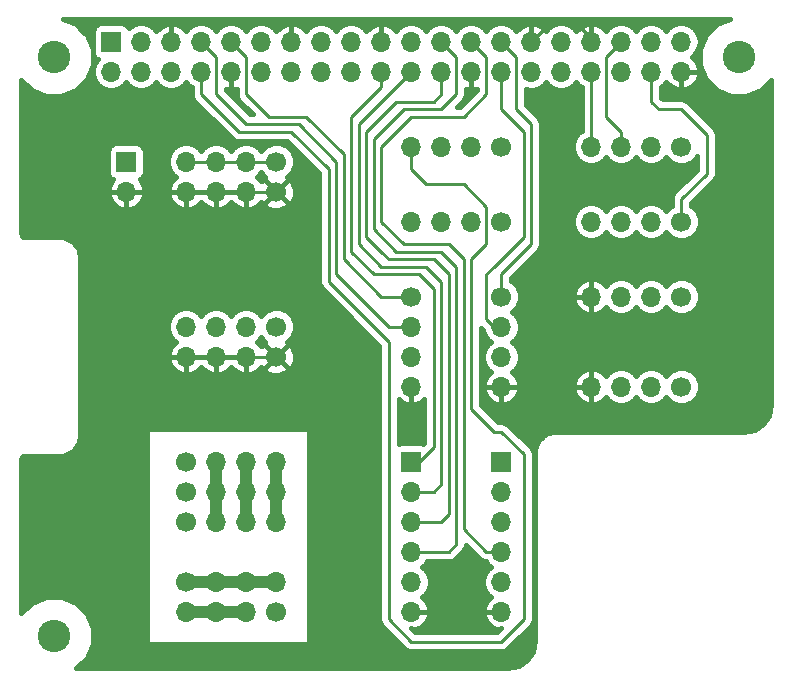
<source format=gbr>
G04 #@! TF.FileFunction,Copper,L1,Top,Signal*
%FSLAX46Y46*%
G04 Gerber Fmt 4.6, Leading zero omitted, Abs format (unit mm)*
G04 Created by KiCad (PCBNEW 4.0.6-e0-6349~53~ubuntu14.04.1) date Thu May  4 17:22:46 2017*
%MOMM*%
%LPD*%
G01*
G04 APERTURE LIST*
%ADD10C,0.100000*%
%ADD11C,1.700000*%
%ADD12O,1.700000X1.700000*%
%ADD13R,1.700000X1.700000*%
%ADD14C,2.750000*%
%ADD15C,0.250000*%
%ADD16C,1.000000*%
%ADD17C,0.400000*%
G04 APERTURE END LIST*
D10*
D11*
X113411000Y-81178400D03*
D12*
X110871000Y-81178400D03*
X108331000Y-81178400D03*
X105791000Y-81178400D03*
D13*
X99441000Y-68478400D03*
D12*
X99441000Y-71018400D03*
X101981000Y-68478400D03*
X101981000Y-71018400D03*
X104521000Y-68478400D03*
X104521000Y-71018400D03*
X107061000Y-68478400D03*
X107061000Y-71018400D03*
X109601000Y-68478400D03*
X109601000Y-71018400D03*
X112141000Y-68478400D03*
X112141000Y-71018400D03*
X114681000Y-68478400D03*
X114681000Y-71018400D03*
X117221000Y-68478400D03*
X117221000Y-71018400D03*
X119761000Y-68478400D03*
X119761000Y-71018400D03*
X122301000Y-68478400D03*
X122301000Y-71018400D03*
X124841000Y-68478400D03*
X124841000Y-71018400D03*
X127381000Y-68478400D03*
X127381000Y-71018400D03*
X129921000Y-68478400D03*
X129921000Y-71018400D03*
X132461000Y-68478400D03*
X132461000Y-71018400D03*
X135001000Y-68478400D03*
X135001000Y-71018400D03*
X137541000Y-68478400D03*
X137541000Y-71018400D03*
X140081000Y-68478400D03*
X140081000Y-71018400D03*
X142621000Y-68478400D03*
X142621000Y-71018400D03*
X145161000Y-68478400D03*
X145161000Y-71018400D03*
X147701000Y-68478400D03*
X147701000Y-71018400D03*
D13*
X124841000Y-104038400D03*
D12*
X124841000Y-106578400D03*
X124841000Y-109118400D03*
X124841000Y-111658400D03*
X124841000Y-114198400D03*
X124841000Y-116738400D03*
D14*
X152559000Y-69786000D03*
X94559000Y-118786000D03*
X94559000Y-69786000D03*
D13*
X132461000Y-104038400D03*
D12*
X132461000Y-106578400D03*
X132461000Y-109118400D03*
X132461000Y-111658400D03*
X132461000Y-114198400D03*
X132461000Y-116738400D03*
D11*
X105791000Y-104038400D03*
D12*
X108331000Y-104038400D03*
X110871000Y-104038400D03*
X113411000Y-104038400D03*
D11*
X105791000Y-106578400D03*
D12*
X108331000Y-106578400D03*
X110871000Y-106578400D03*
X113411000Y-106578400D03*
D11*
X105791000Y-109118400D03*
D12*
X108331000Y-109118400D03*
X110871000Y-109118400D03*
X113411000Y-109118400D03*
D11*
X105791000Y-114198400D03*
D12*
X108331000Y-114198400D03*
X110871000Y-114198400D03*
X113411000Y-114198400D03*
D11*
X113411000Y-116738400D03*
D12*
X110871000Y-116738400D03*
X108331000Y-116738400D03*
X105791000Y-116738400D03*
D11*
X113411000Y-78638400D03*
D12*
X110871000Y-78638400D03*
X108331000Y-78638400D03*
X105791000Y-78638400D03*
D11*
X113411000Y-92608400D03*
D12*
X110871000Y-92608400D03*
X108331000Y-92608400D03*
X105791000Y-92608400D03*
D11*
X113411000Y-95148400D03*
D12*
X110871000Y-95148400D03*
X108331000Y-95148400D03*
X105791000Y-95148400D03*
D11*
X124841000Y-90068400D03*
D12*
X124841000Y-92608400D03*
X124841000Y-95148400D03*
X124841000Y-97688400D03*
D11*
X132461000Y-77368400D03*
D12*
X129921000Y-77368400D03*
X127381000Y-77368400D03*
X124841000Y-77368400D03*
D11*
X132461000Y-83718400D03*
D12*
X129921000Y-83718400D03*
X127381000Y-83718400D03*
X124841000Y-83718400D03*
D11*
X147701000Y-77368400D03*
D12*
X145161000Y-77368400D03*
X142621000Y-77368400D03*
X140081000Y-77368400D03*
D11*
X147701000Y-83718400D03*
D12*
X145161000Y-83718400D03*
X142621000Y-83718400D03*
X140081000Y-83718400D03*
D11*
X132461000Y-90068400D03*
D12*
X132461000Y-92608400D03*
X132461000Y-95148400D03*
X132461000Y-97688400D03*
D11*
X147701000Y-97688400D03*
D12*
X145161000Y-97688400D03*
X142621000Y-97688400D03*
X140081000Y-97688400D03*
D11*
X147701000Y-90068400D03*
D12*
X145161000Y-90068400D03*
X142621000Y-90068400D03*
X140081000Y-90068400D03*
D13*
X100711000Y-78638400D03*
D12*
X100711000Y-81178400D03*
D15*
X108331000Y-81178400D02*
X105791000Y-81178400D01*
X110871000Y-81178400D02*
X108331000Y-81178400D01*
X113411000Y-81178400D02*
X110871000Y-81178400D01*
X110871000Y-95148400D02*
X113411000Y-95148400D01*
X108331000Y-95148400D02*
X110871000Y-95148400D01*
X105791000Y-95148400D02*
X108331000Y-95148400D01*
X140081000Y-68478400D02*
X140081000Y-68199000D01*
X140081000Y-68199000D02*
X138557000Y-66675000D01*
X136804400Y-66675000D02*
X135001000Y-68478400D01*
X138557000Y-66675000D02*
X136804400Y-66675000D01*
X135001000Y-68478400D02*
X135001000Y-68072000D01*
X129921000Y-70358000D02*
X129921000Y-71018400D01*
X109601000Y-71018400D02*
X109601000Y-70485000D01*
X142621000Y-68478400D02*
X141351000Y-69748400D01*
X142621000Y-76098400D02*
X142621000Y-77368400D01*
X141351000Y-74828400D02*
X142621000Y-76098400D01*
X141351000Y-69748400D02*
X141351000Y-74828400D01*
X142621000Y-68478400D02*
X142621000Y-68580000D01*
X124841000Y-111658400D02*
X128016000Y-111658400D01*
X128651000Y-69748400D02*
X127381000Y-68478400D01*
X128651000Y-72923400D02*
X128651000Y-69748400D01*
X127381000Y-74193400D02*
X128651000Y-72923400D01*
X124206000Y-74193400D02*
X127381000Y-74193400D01*
X121666000Y-76733400D02*
X124206000Y-74193400D01*
X121666000Y-84353400D02*
X121666000Y-76733400D01*
X123571000Y-86258400D02*
X121666000Y-84353400D01*
X127381000Y-86258400D02*
X123571000Y-86258400D01*
X128651000Y-87528400D02*
X127381000Y-86258400D01*
X128651000Y-111023400D02*
X128651000Y-87528400D01*
X128016000Y-111658400D02*
X128651000Y-111023400D01*
X127381000Y-68478400D02*
X127381000Y-68834000D01*
X132461000Y-90068400D02*
X132461000Y-88163400D01*
X132461000Y-88163400D02*
X135001000Y-85623400D01*
X132461000Y-68478400D02*
X133731000Y-69748400D01*
X135001000Y-75463400D02*
X135001000Y-85623400D01*
X133731000Y-74193400D02*
X135001000Y-75463400D01*
X133731000Y-69748400D02*
X133731000Y-74193400D01*
X132461000Y-90170000D02*
X132207000Y-90170000D01*
X129921000Y-68478400D02*
X131191000Y-69748400D01*
X131191000Y-111658400D02*
X132461000Y-111658400D01*
X129286000Y-109753400D02*
X131191000Y-111658400D01*
X129286000Y-86893400D02*
X129286000Y-109753400D01*
X128016000Y-85623400D02*
X129286000Y-86893400D01*
X124206000Y-85623400D02*
X128016000Y-85623400D01*
X122301000Y-83718400D02*
X124206000Y-85623400D01*
X122301000Y-77368400D02*
X122301000Y-83718400D01*
X124841000Y-74828400D02*
X122301000Y-77368400D01*
X129286000Y-74828400D02*
X124841000Y-74828400D01*
X131191000Y-72923400D02*
X129286000Y-74828400D01*
X131191000Y-69748400D02*
X131191000Y-72923400D01*
X129921000Y-68478400D02*
X129946400Y-68478400D01*
X109601000Y-68478400D02*
X110871000Y-69748400D01*
X112776000Y-74828400D02*
X113411000Y-74828400D01*
X110871000Y-72923400D02*
X112776000Y-74828400D01*
X110871000Y-69748400D02*
X110871000Y-72923400D01*
X124841000Y-90068400D02*
X122301000Y-90068400D01*
X119126000Y-86893400D02*
X119126000Y-78003400D01*
X122301000Y-90068400D02*
X119126000Y-86893400D01*
X115951000Y-74828400D02*
X119126000Y-78003400D01*
X113411000Y-74828400D02*
X115951000Y-74828400D01*
X109601000Y-68478400D02*
X109575600Y-68478400D01*
X107061000Y-68478400D02*
X108331000Y-69748400D01*
X110871000Y-75463400D02*
X112776000Y-75463400D01*
X108331000Y-72923400D02*
X110871000Y-75463400D01*
X108331000Y-69748400D02*
X108331000Y-72923400D01*
X124841000Y-92608400D02*
X122936000Y-92608400D01*
X122936000Y-92608400D02*
X118491000Y-88163400D01*
X118491000Y-88163400D02*
X118491000Y-78638400D01*
X118491000Y-78638400D02*
X115316000Y-75463400D01*
X115316000Y-75463400D02*
X112776000Y-75463400D01*
X124841000Y-92710000D02*
X124206000Y-92710000D01*
X105791000Y-78638400D02*
X113411000Y-78638400D01*
X145161000Y-71018400D02*
X145161000Y-73558400D01*
X147701000Y-81813400D02*
X147701000Y-83718400D01*
X149860000Y-79654400D02*
X147701000Y-81813400D01*
X149860000Y-76352400D02*
X149860000Y-79654400D01*
X147701000Y-74193400D02*
X149860000Y-76352400D01*
X145796000Y-74193400D02*
X147701000Y-74193400D01*
X145161000Y-73558400D02*
X145796000Y-74193400D01*
X145161000Y-71018400D02*
X145161000Y-71501000D01*
X140081000Y-71018400D02*
X140081000Y-77368400D01*
X134366000Y-84988400D02*
X131826000Y-87528400D01*
X131191000Y-91973400D02*
X131826000Y-92608400D01*
X131191000Y-88163400D02*
X131191000Y-91973400D01*
X131191000Y-88163400D02*
X131191000Y-88163400D01*
X131826000Y-87528400D02*
X131191000Y-88163400D01*
X131826000Y-92608400D02*
X132461000Y-92608400D01*
X134366000Y-84353400D02*
X134366000Y-84988400D01*
X132461000Y-71018400D02*
X132461000Y-74193400D01*
X134366000Y-76098400D02*
X134366000Y-84353400D01*
X132461000Y-74193400D02*
X134366000Y-76098400D01*
X132461000Y-71018400D02*
X132461000Y-71120000D01*
X124841000Y-73558400D02*
X123571000Y-73558400D01*
X123571000Y-73558400D02*
X121031000Y-76098400D01*
X121031000Y-84988400D02*
X122301000Y-86258400D01*
X121031000Y-76098400D02*
X121031000Y-84988400D01*
X127381000Y-71018400D02*
X127381000Y-72923400D01*
X126746000Y-73558400D02*
X124841000Y-73558400D01*
X127381000Y-72923400D02*
X126746000Y-73558400D01*
X127381000Y-109118400D02*
X124841000Y-109118400D01*
X128016000Y-108483400D02*
X127381000Y-109118400D01*
X128016000Y-88163400D02*
X128016000Y-108483400D01*
X126746000Y-86893400D02*
X128016000Y-88163400D01*
X122936000Y-86893400D02*
X126746000Y-86893400D01*
X122301000Y-86258400D02*
X122936000Y-86893400D01*
X127381000Y-71018400D02*
X127406400Y-71018400D01*
X124841000Y-71018400D02*
X124841000Y-71018400D01*
X126746000Y-106578400D02*
X124841000Y-106578400D01*
X127381000Y-105943400D02*
X126746000Y-106578400D01*
X127381000Y-88798400D02*
X127381000Y-105943400D01*
X126111000Y-87528400D02*
X127381000Y-88798400D01*
X122301000Y-87528400D02*
X126111000Y-87528400D01*
X120396000Y-85623400D02*
X122301000Y-87528400D01*
X120396000Y-75463400D02*
X120396000Y-85623400D01*
X124841000Y-71018400D02*
X120396000Y-75463400D01*
X124841000Y-104038400D02*
X125476000Y-104038400D01*
X125476000Y-104038400D02*
X126746000Y-102768400D01*
X126746000Y-102768400D02*
X126746000Y-89433400D01*
X122301000Y-71018400D02*
X122301000Y-72288400D01*
X121666000Y-88163400D02*
X124841000Y-88163400D01*
X119761000Y-86258400D02*
X121666000Y-88163400D01*
X119761000Y-74828400D02*
X119761000Y-86258400D01*
X122301000Y-72288400D02*
X119761000Y-74828400D01*
X125476000Y-88163400D02*
X126746000Y-89433400D01*
X124841000Y-88163400D02*
X125476000Y-88163400D01*
X122301000Y-71018400D02*
X122453400Y-71018400D01*
X122936000Y-98323400D02*
X122936000Y-93878400D01*
X110236000Y-76098400D02*
X107061000Y-72923400D01*
X114681000Y-76098400D02*
X110236000Y-76098400D01*
X117856000Y-79273400D02*
X114681000Y-76098400D01*
X117856000Y-88798400D02*
X117856000Y-79273400D01*
X122936000Y-93878400D02*
X117856000Y-88798400D01*
X107061000Y-72923400D02*
X107061000Y-71018400D01*
X124841000Y-77368400D02*
X124841000Y-79273400D01*
X107061000Y-72923400D02*
X107061000Y-71018400D01*
X122936000Y-117373400D02*
X122936000Y-98323400D01*
X124841000Y-119278400D02*
X122936000Y-117373400D01*
X132461000Y-119278400D02*
X124841000Y-119278400D01*
X134366000Y-117373400D02*
X132461000Y-119278400D01*
X134366000Y-103403400D02*
X134366000Y-117373400D01*
X132461000Y-101498400D02*
X134366000Y-103403400D01*
X131826000Y-101498400D02*
X132461000Y-101498400D01*
X129921000Y-99593400D02*
X131826000Y-101498400D01*
X129921000Y-86893400D02*
X129921000Y-99593400D01*
X131191000Y-85623400D02*
X129921000Y-86893400D01*
X131191000Y-82448400D02*
X131191000Y-85623400D01*
X129286000Y-80543400D02*
X131191000Y-82448400D01*
X126111000Y-80543400D02*
X129286000Y-80543400D01*
X124841000Y-79273400D02*
X126111000Y-80543400D01*
X107061000Y-71018400D02*
X107061000Y-71018400D01*
D16*
X108331000Y-114198400D02*
X105791000Y-114198400D01*
X113411000Y-114198400D02*
X110871000Y-114198400D01*
X110871000Y-114198400D02*
X108331000Y-114198400D01*
X110871000Y-116738400D02*
X108331000Y-116738400D01*
X108331000Y-116738400D02*
X105791000Y-116738400D01*
X108331000Y-104038400D02*
X108331000Y-109118400D01*
X110871000Y-104038400D02*
X110871000Y-109118400D01*
X113411000Y-104038400D02*
X113411000Y-109118400D01*
D17*
G36*
X150692142Y-66986765D02*
X149763027Y-67914259D01*
X149259574Y-69126710D01*
X149258428Y-70439531D01*
X149759765Y-71652858D01*
X150687259Y-72581973D01*
X151899710Y-73085426D01*
X153212531Y-73086572D01*
X154425858Y-72585235D01*
X155309000Y-71703634D01*
X155309000Y-99212131D01*
X155124154Y-100141415D01*
X154639600Y-100866600D01*
X153914414Y-101351155D01*
X152985131Y-101536000D01*
X137059000Y-101536000D01*
X136986550Y-101550411D01*
X136912683Y-101550411D01*
X136530000Y-101626531D01*
X136529999Y-101626531D01*
X136495160Y-101640962D01*
X136259639Y-101738517D01*
X136259636Y-101738520D01*
X135935218Y-101955290D01*
X135935215Y-101955291D01*
X135868141Y-102022365D01*
X135728290Y-102162215D01*
X135728290Y-102162216D01*
X135511520Y-102486637D01*
X135511517Y-102486640D01*
X135473509Y-102578400D01*
X135399530Y-102757000D01*
X135399530Y-102757005D01*
X135323411Y-103139683D01*
X135323411Y-103213550D01*
X135309000Y-103286000D01*
X135309000Y-119212131D01*
X135124154Y-120141415D01*
X134639600Y-120866600D01*
X133914414Y-121351155D01*
X132985131Y-121536000D01*
X96475179Y-121536000D01*
X97354973Y-120657741D01*
X97858426Y-119445290D01*
X97859572Y-118132469D01*
X97358235Y-116919142D01*
X96430741Y-115990027D01*
X95218290Y-115486574D01*
X93905469Y-115485428D01*
X92692142Y-115986765D01*
X91809000Y-116868366D01*
X91809000Y-103859868D01*
X91841605Y-103695951D01*
X91892613Y-103619613D01*
X91968952Y-103568605D01*
X92132868Y-103536000D01*
X95059000Y-103536000D01*
X95131450Y-103521589D01*
X95205317Y-103521589D01*
X95587995Y-103445470D01*
X95588000Y-103445470D01*
X95723180Y-103389476D01*
X95858360Y-103333483D01*
X95858363Y-103333480D01*
X96182782Y-103116711D01*
X96182785Y-103116710D01*
X96320584Y-102978910D01*
X96389709Y-102909785D01*
X96389710Y-102909782D01*
X96606480Y-102585364D01*
X96606483Y-102585361D01*
X96695968Y-102369322D01*
X96718469Y-102315001D01*
X96718469Y-102315000D01*
X96794589Y-101932317D01*
X96794589Y-101858450D01*
X96809000Y-101786000D01*
X96809000Y-101498400D01*
X102416000Y-101498400D01*
X102416000Y-119278400D01*
X102429678Y-119351091D01*
X102472638Y-119417854D01*
X102538189Y-119462643D01*
X102616000Y-119478400D01*
X115951000Y-119478400D01*
X116023691Y-119464722D01*
X116090454Y-119421762D01*
X116135243Y-119356211D01*
X116151000Y-119278400D01*
X116151000Y-101498400D01*
X116137322Y-101425709D01*
X116094362Y-101358946D01*
X116028811Y-101314157D01*
X115951000Y-101298400D01*
X102616000Y-101298400D01*
X102543309Y-101312078D01*
X102476546Y-101355038D01*
X102431757Y-101420589D01*
X102416000Y-101498400D01*
X96809000Y-101498400D01*
X96809000Y-95395811D01*
X104260873Y-95395811D01*
X104472027Y-95962532D01*
X104883983Y-96405309D01*
X105434024Y-96656733D01*
X105543589Y-96678527D01*
X105786000Y-96523391D01*
X105786000Y-95153400D01*
X105796000Y-95153400D01*
X105796000Y-96523391D01*
X106038411Y-96678527D01*
X106147976Y-96656733D01*
X106698017Y-96405309D01*
X107061000Y-96015169D01*
X107423983Y-96405309D01*
X107974024Y-96656733D01*
X108083589Y-96678527D01*
X108326000Y-96523391D01*
X108326000Y-95153400D01*
X108336000Y-95153400D01*
X108336000Y-96523391D01*
X108578411Y-96678527D01*
X108687976Y-96656733D01*
X109238017Y-96405309D01*
X109601000Y-96015169D01*
X109963983Y-96405309D01*
X110514024Y-96656733D01*
X110623589Y-96678527D01*
X110866000Y-96523391D01*
X110866000Y-95153400D01*
X108336000Y-95153400D01*
X108326000Y-95153400D01*
X105796000Y-95153400D01*
X105786000Y-95153400D01*
X104416008Y-95153400D01*
X104260873Y-95395811D01*
X96809000Y-95395811D01*
X96809000Y-92578034D01*
X104241000Y-92578034D01*
X104241000Y-92638766D01*
X104358987Y-93231925D01*
X104694984Y-93734782D01*
X104911020Y-93879132D01*
X104883983Y-93891491D01*
X104472027Y-94334268D01*
X104260873Y-94900989D01*
X104416008Y-95143400D01*
X105786000Y-95143400D01*
X105786000Y-95123400D01*
X105796000Y-95123400D01*
X105796000Y-95143400D01*
X108326000Y-95143400D01*
X108326000Y-95123400D01*
X108336000Y-95123400D01*
X108336000Y-95143400D01*
X110866000Y-95143400D01*
X110866000Y-95123400D01*
X110876000Y-95123400D01*
X110876000Y-95143400D01*
X110896000Y-95143400D01*
X110896000Y-95153400D01*
X110876000Y-95153400D01*
X110876000Y-96523391D01*
X111118411Y-96678527D01*
X111227976Y-96656733D01*
X111778017Y-96405309D01*
X112019580Y-96145673D01*
X112420798Y-96145673D01*
X112486134Y-96429875D01*
X113046935Y-96686260D01*
X113663161Y-96708519D01*
X114240997Y-96493264D01*
X114335866Y-96429875D01*
X114401202Y-96145673D01*
X113411000Y-95155471D01*
X112420798Y-96145673D01*
X112019580Y-96145673D01*
X112111728Y-96046631D01*
X112129525Y-96073266D01*
X112413727Y-96138602D01*
X113403929Y-95148400D01*
X113418071Y-95148400D01*
X114408273Y-96138602D01*
X114692475Y-96073266D01*
X114948860Y-95512465D01*
X114971119Y-94896239D01*
X114755864Y-94318403D01*
X114692475Y-94223534D01*
X114408273Y-94158198D01*
X113418071Y-95148400D01*
X113403929Y-95148400D01*
X112413727Y-94158198D01*
X112129525Y-94223534D01*
X112115496Y-94254219D01*
X111778017Y-93891491D01*
X111750980Y-93879132D01*
X111967016Y-93734782D01*
X112118693Y-93507781D01*
X112484463Y-93874192D01*
X112420798Y-94151127D01*
X113411000Y-95141329D01*
X114401202Y-94151127D01*
X114337426Y-93873710D01*
X114724260Y-93487551D01*
X114960730Y-92918067D01*
X114961268Y-92301439D01*
X114725792Y-91731543D01*
X114290151Y-91295140D01*
X113720667Y-91058670D01*
X113104039Y-91058132D01*
X112534143Y-91293608D01*
X112118418Y-91708607D01*
X111967016Y-91482018D01*
X111464159Y-91146021D01*
X110871000Y-91028034D01*
X110277841Y-91146021D01*
X109774984Y-91482018D01*
X109601000Y-91742404D01*
X109427016Y-91482018D01*
X108924159Y-91146021D01*
X108331000Y-91028034D01*
X107737841Y-91146021D01*
X107234984Y-91482018D01*
X107061000Y-91742404D01*
X106887016Y-91482018D01*
X106384159Y-91146021D01*
X105791000Y-91028034D01*
X105197841Y-91146021D01*
X104694984Y-91482018D01*
X104358987Y-91984875D01*
X104241000Y-92578034D01*
X96809000Y-92578034D01*
X96809000Y-86786000D01*
X96794589Y-86713550D01*
X96794589Y-86639683D01*
X96718469Y-86257000D01*
X96718469Y-86256998D01*
X96666361Y-86131199D01*
X96606483Y-85986639D01*
X96606480Y-85986636D01*
X96389709Y-85662216D01*
X96389709Y-85662215D01*
X96263494Y-85536000D01*
X96182785Y-85455290D01*
X96182782Y-85455289D01*
X95858363Y-85238520D01*
X95858360Y-85238517D01*
X95713224Y-85178400D01*
X95588000Y-85126530D01*
X95587995Y-85126530D01*
X95205317Y-85050411D01*
X95131450Y-85050411D01*
X95059000Y-85036000D01*
X92132868Y-85036000D01*
X91968952Y-85003395D01*
X91892613Y-84952387D01*
X91841605Y-84876049D01*
X91809000Y-84712132D01*
X91809000Y-81425811D01*
X99180873Y-81425811D01*
X99202667Y-81535376D01*
X99454091Y-82085417D01*
X99896868Y-82497373D01*
X100463589Y-82708527D01*
X100706000Y-82553392D01*
X100706000Y-81183400D01*
X100716000Y-81183400D01*
X100716000Y-82553392D01*
X100958411Y-82708527D01*
X101525132Y-82497373D01*
X101967909Y-82085417D01*
X102219333Y-81535376D01*
X102241127Y-81425811D01*
X104260873Y-81425811D01*
X104472027Y-81992532D01*
X104883983Y-82435309D01*
X105434024Y-82686733D01*
X105543589Y-82708527D01*
X105786000Y-82553391D01*
X105786000Y-81183400D01*
X105796000Y-81183400D01*
X105796000Y-82553391D01*
X106038411Y-82708527D01*
X106147976Y-82686733D01*
X106698017Y-82435309D01*
X107061000Y-82045169D01*
X107423983Y-82435309D01*
X107974024Y-82686733D01*
X108083589Y-82708527D01*
X108326000Y-82553391D01*
X108326000Y-81183400D01*
X108336000Y-81183400D01*
X108336000Y-82553391D01*
X108578411Y-82708527D01*
X108687976Y-82686733D01*
X109238017Y-82435309D01*
X109601000Y-82045169D01*
X109963983Y-82435309D01*
X110514024Y-82686733D01*
X110623589Y-82708527D01*
X110866000Y-82553391D01*
X110866000Y-81183400D01*
X108336000Y-81183400D01*
X108326000Y-81183400D01*
X105796000Y-81183400D01*
X105786000Y-81183400D01*
X104416008Y-81183400D01*
X104260873Y-81425811D01*
X102241127Y-81425811D01*
X102085991Y-81183400D01*
X100716000Y-81183400D01*
X100706000Y-81183400D01*
X99336009Y-81183400D01*
X99180873Y-81425811D01*
X91809000Y-81425811D01*
X91809000Y-77788400D01*
X99147287Y-77788400D01*
X99147287Y-79488400D01*
X99196097Y-79747804D01*
X99349405Y-79986051D01*
X99583326Y-80145882D01*
X99587971Y-80146823D01*
X99454091Y-80271383D01*
X99202667Y-80821424D01*
X99180873Y-80930989D01*
X99336009Y-81173400D01*
X100706000Y-81173400D01*
X100706000Y-81153400D01*
X100716000Y-81153400D01*
X100716000Y-81173400D01*
X102085991Y-81173400D01*
X102241127Y-80930989D01*
X102219333Y-80821424D01*
X101967909Y-80271383D01*
X101832576Y-80145470D01*
X102058651Y-79999995D01*
X102218482Y-79766074D01*
X102274713Y-79488400D01*
X102274713Y-78608034D01*
X104241000Y-78608034D01*
X104241000Y-78668766D01*
X104358987Y-79261925D01*
X104694984Y-79764782D01*
X104911020Y-79909132D01*
X104883983Y-79921491D01*
X104472027Y-80364268D01*
X104260873Y-80930989D01*
X104416008Y-81173400D01*
X105786000Y-81173400D01*
X105786000Y-81153400D01*
X105796000Y-81153400D01*
X105796000Y-81173400D01*
X108326000Y-81173400D01*
X108326000Y-81153400D01*
X108336000Y-81153400D01*
X108336000Y-81173400D01*
X110866000Y-81173400D01*
X110866000Y-81153400D01*
X110876000Y-81153400D01*
X110876000Y-81173400D01*
X110896000Y-81173400D01*
X110896000Y-81183400D01*
X110876000Y-81183400D01*
X110876000Y-82553391D01*
X111118411Y-82708527D01*
X111227976Y-82686733D01*
X111778017Y-82435309D01*
X112019580Y-82175673D01*
X112420798Y-82175673D01*
X112486134Y-82459875D01*
X113046935Y-82716260D01*
X113663161Y-82738519D01*
X114240997Y-82523264D01*
X114335866Y-82459875D01*
X114401202Y-82175673D01*
X113411000Y-81185471D01*
X112420798Y-82175673D01*
X112019580Y-82175673D01*
X112111728Y-82076631D01*
X112129525Y-82103266D01*
X112413727Y-82168602D01*
X113403929Y-81178400D01*
X113418071Y-81178400D01*
X114408273Y-82168602D01*
X114692475Y-82103266D01*
X114948860Y-81542465D01*
X114971119Y-80926239D01*
X114755864Y-80348403D01*
X114692475Y-80253534D01*
X114408273Y-80188198D01*
X113418071Y-81178400D01*
X113403929Y-81178400D01*
X112413727Y-80188198D01*
X112129525Y-80253534D01*
X112115496Y-80284219D01*
X111778017Y-79921491D01*
X111750980Y-79909132D01*
X111967016Y-79764782D01*
X112118693Y-79537781D01*
X112484463Y-79904192D01*
X112420798Y-80181127D01*
X113411000Y-81171329D01*
X114401202Y-80181127D01*
X114337426Y-79903710D01*
X114724260Y-79517551D01*
X114960730Y-78948067D01*
X114961268Y-78331439D01*
X114725792Y-77761543D01*
X114290151Y-77325140D01*
X113720667Y-77088670D01*
X113104039Y-77088132D01*
X112534143Y-77323608D01*
X112118418Y-77738607D01*
X111967016Y-77512018D01*
X111464159Y-77176021D01*
X110871000Y-77058034D01*
X110277841Y-77176021D01*
X109774984Y-77512018D01*
X109601000Y-77772404D01*
X109427016Y-77512018D01*
X108924159Y-77176021D01*
X108331000Y-77058034D01*
X107737841Y-77176021D01*
X107234984Y-77512018D01*
X107061000Y-77772404D01*
X106887016Y-77512018D01*
X106384159Y-77176021D01*
X105791000Y-77058034D01*
X105197841Y-77176021D01*
X104694984Y-77512018D01*
X104358987Y-78014875D01*
X104241000Y-78608034D01*
X102274713Y-78608034D01*
X102274713Y-77788400D01*
X102225903Y-77528996D01*
X102072595Y-77290749D01*
X101838674Y-77130918D01*
X101561000Y-77074687D01*
X99861000Y-77074687D01*
X99601596Y-77123497D01*
X99363349Y-77276805D01*
X99203518Y-77510726D01*
X99147287Y-77788400D01*
X91809000Y-77788400D01*
X91809000Y-71702179D01*
X92687259Y-72581973D01*
X93899710Y-73085426D01*
X95212531Y-73086572D01*
X96425858Y-72585235D01*
X97354973Y-71657741D01*
X97858426Y-70445290D01*
X97859572Y-69132469D01*
X97358235Y-67919142D01*
X97068001Y-67628400D01*
X97877287Y-67628400D01*
X97877287Y-69328400D01*
X97926097Y-69587804D01*
X98079405Y-69826051D01*
X98292002Y-69971312D01*
X98008987Y-70394875D01*
X97891000Y-70988034D01*
X97891000Y-71048766D01*
X98008987Y-71641925D01*
X98344984Y-72144782D01*
X98847841Y-72480779D01*
X99441000Y-72598766D01*
X100034159Y-72480779D01*
X100537016Y-72144782D01*
X100711000Y-71884396D01*
X100884984Y-72144782D01*
X101387841Y-72480779D01*
X101981000Y-72598766D01*
X102574159Y-72480779D01*
X103077016Y-72144782D01*
X103251000Y-71884396D01*
X103424984Y-72144782D01*
X103927841Y-72480779D01*
X104521000Y-72598766D01*
X105114159Y-72480779D01*
X105617016Y-72144782D01*
X105791000Y-71884396D01*
X105964984Y-72144782D01*
X106236000Y-72325868D01*
X106236000Y-72923400D01*
X106298799Y-73239114D01*
X106477637Y-73506763D01*
X109652637Y-76681763D01*
X109920286Y-76860601D01*
X110236000Y-76923400D01*
X114339274Y-76923400D01*
X117031000Y-79615126D01*
X117031000Y-88798400D01*
X117093799Y-89114114D01*
X117272637Y-89381763D01*
X122111000Y-94220126D01*
X122111000Y-117373400D01*
X122173799Y-117689114D01*
X122352637Y-117956763D01*
X124257637Y-119861763D01*
X124525286Y-120040601D01*
X124841000Y-120103400D01*
X132461000Y-120103400D01*
X132776714Y-120040601D01*
X133044363Y-119861763D01*
X134949363Y-117956763D01*
X135128201Y-117689114D01*
X135191000Y-117373400D01*
X135191000Y-103403400D01*
X135128201Y-103087686D01*
X134949363Y-102820037D01*
X133044363Y-100915037D01*
X132776714Y-100736199D01*
X132461000Y-100673400D01*
X132167726Y-100673400D01*
X130746000Y-99251674D01*
X130746000Y-97935811D01*
X130930873Y-97935811D01*
X130952667Y-98045376D01*
X131204091Y-98595417D01*
X131646868Y-99007373D01*
X132213589Y-99218527D01*
X132456000Y-99063392D01*
X132456000Y-97693400D01*
X132466000Y-97693400D01*
X132466000Y-99063392D01*
X132708411Y-99218527D01*
X133275132Y-99007373D01*
X133717909Y-98595417D01*
X133969333Y-98045376D01*
X133991127Y-97935811D01*
X138550873Y-97935811D01*
X138762027Y-98502532D01*
X139173983Y-98945309D01*
X139724024Y-99196733D01*
X139833589Y-99218527D01*
X140076000Y-99063391D01*
X140076000Y-97693400D01*
X138706008Y-97693400D01*
X138550873Y-97935811D01*
X133991127Y-97935811D01*
X133835991Y-97693400D01*
X132466000Y-97693400D01*
X132456000Y-97693400D01*
X131086009Y-97693400D01*
X130930873Y-97935811D01*
X130746000Y-97935811D01*
X130746000Y-92695126D01*
X130935599Y-92884725D01*
X130998621Y-93201559D01*
X131334618Y-93704416D01*
X131595004Y-93878400D01*
X131334618Y-94052384D01*
X130998621Y-94555241D01*
X130880634Y-95148400D01*
X130998621Y-95741559D01*
X131334618Y-96244416D01*
X131594554Y-96418099D01*
X131204091Y-96781383D01*
X130952667Y-97331424D01*
X130930873Y-97440989D01*
X131086009Y-97683400D01*
X132456000Y-97683400D01*
X132456000Y-97663400D01*
X132466000Y-97663400D01*
X132466000Y-97683400D01*
X133835991Y-97683400D01*
X133991127Y-97440989D01*
X138550873Y-97440989D01*
X138706008Y-97683400D01*
X140076000Y-97683400D01*
X140076000Y-96313409D01*
X140086000Y-96313409D01*
X140086000Y-97683400D01*
X140106000Y-97683400D01*
X140106000Y-97693400D01*
X140086000Y-97693400D01*
X140086000Y-99063391D01*
X140328411Y-99218527D01*
X140437976Y-99196733D01*
X140988017Y-98945309D01*
X141351301Y-98554846D01*
X141524984Y-98814782D01*
X142027841Y-99150779D01*
X142621000Y-99268766D01*
X143214159Y-99150779D01*
X143717016Y-98814782D01*
X143891000Y-98554396D01*
X144064984Y-98814782D01*
X144567841Y-99150779D01*
X145161000Y-99268766D01*
X145754159Y-99150779D01*
X146257016Y-98814782D01*
X146408693Y-98587781D01*
X146821849Y-99001660D01*
X147391333Y-99238130D01*
X148007961Y-99238668D01*
X148577857Y-99003192D01*
X149014260Y-98567551D01*
X149250730Y-97998067D01*
X149251268Y-97381439D01*
X149015792Y-96811543D01*
X148580151Y-96375140D01*
X148010667Y-96138670D01*
X147394039Y-96138132D01*
X146824143Y-96373608D01*
X146408418Y-96788607D01*
X146257016Y-96562018D01*
X145754159Y-96226021D01*
X145161000Y-96108034D01*
X144567841Y-96226021D01*
X144064984Y-96562018D01*
X143891000Y-96822404D01*
X143717016Y-96562018D01*
X143214159Y-96226021D01*
X142621000Y-96108034D01*
X142027841Y-96226021D01*
X141524984Y-96562018D01*
X141351301Y-96821954D01*
X140988017Y-96431491D01*
X140437976Y-96180067D01*
X140328411Y-96158273D01*
X140086000Y-96313409D01*
X140076000Y-96313409D01*
X139833589Y-96158273D01*
X139724024Y-96180067D01*
X139173983Y-96431491D01*
X138762027Y-96874268D01*
X138550873Y-97440989D01*
X133991127Y-97440989D01*
X133969333Y-97331424D01*
X133717909Y-96781383D01*
X133327446Y-96418099D01*
X133587382Y-96244416D01*
X133923379Y-95741559D01*
X134041366Y-95148400D01*
X133923379Y-94555241D01*
X133587382Y-94052384D01*
X133326996Y-93878400D01*
X133587382Y-93704416D01*
X133923379Y-93201559D01*
X134041366Y-92608400D01*
X133923379Y-92015241D01*
X133587382Y-91512384D01*
X133360381Y-91360707D01*
X133774260Y-90947551D01*
X134010730Y-90378067D01*
X134010784Y-90315811D01*
X138550873Y-90315811D01*
X138762027Y-90882532D01*
X139173983Y-91325309D01*
X139724024Y-91576733D01*
X139833589Y-91598527D01*
X140076000Y-91443391D01*
X140076000Y-90073400D01*
X138706008Y-90073400D01*
X138550873Y-90315811D01*
X134010784Y-90315811D01*
X134011216Y-89820989D01*
X138550873Y-89820989D01*
X138706008Y-90063400D01*
X140076000Y-90063400D01*
X140076000Y-88693409D01*
X140086000Y-88693409D01*
X140086000Y-90063400D01*
X140106000Y-90063400D01*
X140106000Y-90073400D01*
X140086000Y-90073400D01*
X140086000Y-91443391D01*
X140328411Y-91598527D01*
X140437976Y-91576733D01*
X140988017Y-91325309D01*
X141351301Y-90934846D01*
X141524984Y-91194782D01*
X142027841Y-91530779D01*
X142621000Y-91648766D01*
X143214159Y-91530779D01*
X143717016Y-91194782D01*
X143891000Y-90934396D01*
X144064984Y-91194782D01*
X144567841Y-91530779D01*
X145161000Y-91648766D01*
X145754159Y-91530779D01*
X146257016Y-91194782D01*
X146408693Y-90967781D01*
X146821849Y-91381660D01*
X147391333Y-91618130D01*
X148007961Y-91618668D01*
X148577857Y-91383192D01*
X149014260Y-90947551D01*
X149250730Y-90378067D01*
X149251268Y-89761439D01*
X149015792Y-89191543D01*
X148580151Y-88755140D01*
X148010667Y-88518670D01*
X147394039Y-88518132D01*
X146824143Y-88753608D01*
X146408418Y-89168607D01*
X146257016Y-88942018D01*
X145754159Y-88606021D01*
X145161000Y-88488034D01*
X144567841Y-88606021D01*
X144064984Y-88942018D01*
X143891000Y-89202404D01*
X143717016Y-88942018D01*
X143214159Y-88606021D01*
X142621000Y-88488034D01*
X142027841Y-88606021D01*
X141524984Y-88942018D01*
X141351301Y-89201954D01*
X140988017Y-88811491D01*
X140437976Y-88560067D01*
X140328411Y-88538273D01*
X140086000Y-88693409D01*
X140076000Y-88693409D01*
X139833589Y-88538273D01*
X139724024Y-88560067D01*
X139173983Y-88811491D01*
X138762027Y-89254268D01*
X138550873Y-89820989D01*
X134011216Y-89820989D01*
X134011268Y-89761439D01*
X133775792Y-89191543D01*
X133340151Y-88755140D01*
X133286000Y-88732655D01*
X133286000Y-88505126D01*
X135584363Y-86206763D01*
X135763201Y-85939114D01*
X135826000Y-85623400D01*
X135826000Y-75463400D01*
X135763201Y-75147686D01*
X135584363Y-74880037D01*
X134556000Y-73851674D01*
X134556000Y-72510250D01*
X135001000Y-72598766D01*
X135594159Y-72480779D01*
X136097016Y-72144782D01*
X136271000Y-71884396D01*
X136444984Y-72144782D01*
X136947841Y-72480779D01*
X137541000Y-72598766D01*
X138134159Y-72480779D01*
X138637016Y-72144782D01*
X138811000Y-71884396D01*
X138984984Y-72144782D01*
X139256000Y-72325868D01*
X139256000Y-76060932D01*
X138984984Y-76242018D01*
X138648987Y-76744875D01*
X138531000Y-77338034D01*
X138531000Y-77398766D01*
X138648987Y-77991925D01*
X138984984Y-78494782D01*
X139487841Y-78830779D01*
X140081000Y-78948766D01*
X140674159Y-78830779D01*
X141177016Y-78494782D01*
X141351000Y-78234396D01*
X141524984Y-78494782D01*
X142027841Y-78830779D01*
X142621000Y-78948766D01*
X143214159Y-78830779D01*
X143717016Y-78494782D01*
X143891000Y-78234396D01*
X144064984Y-78494782D01*
X144567841Y-78830779D01*
X145161000Y-78948766D01*
X145754159Y-78830779D01*
X146257016Y-78494782D01*
X146408693Y-78267781D01*
X146821849Y-78681660D01*
X147391333Y-78918130D01*
X148007961Y-78918668D01*
X148577857Y-78683192D01*
X149014260Y-78247551D01*
X149035000Y-78197603D01*
X149035000Y-79312674D01*
X147117637Y-81230037D01*
X146938799Y-81497686D01*
X146876000Y-81813400D01*
X146876000Y-82382181D01*
X146824143Y-82403608D01*
X146408418Y-82818607D01*
X146257016Y-82592018D01*
X145754159Y-82256021D01*
X145161000Y-82138034D01*
X144567841Y-82256021D01*
X144064984Y-82592018D01*
X143891000Y-82852404D01*
X143717016Y-82592018D01*
X143214159Y-82256021D01*
X142621000Y-82138034D01*
X142027841Y-82256021D01*
X141524984Y-82592018D01*
X141351000Y-82852404D01*
X141177016Y-82592018D01*
X140674159Y-82256021D01*
X140081000Y-82138034D01*
X139487841Y-82256021D01*
X138984984Y-82592018D01*
X138648987Y-83094875D01*
X138531000Y-83688034D01*
X138531000Y-83748766D01*
X138648987Y-84341925D01*
X138984984Y-84844782D01*
X139487841Y-85180779D01*
X140081000Y-85298766D01*
X140674159Y-85180779D01*
X141177016Y-84844782D01*
X141351000Y-84584396D01*
X141524984Y-84844782D01*
X142027841Y-85180779D01*
X142621000Y-85298766D01*
X143214159Y-85180779D01*
X143717016Y-84844782D01*
X143891000Y-84584396D01*
X144064984Y-84844782D01*
X144567841Y-85180779D01*
X145161000Y-85298766D01*
X145754159Y-85180779D01*
X146257016Y-84844782D01*
X146408693Y-84617781D01*
X146821849Y-85031660D01*
X147391333Y-85268130D01*
X148007961Y-85268668D01*
X148577857Y-85033192D01*
X149014260Y-84597551D01*
X149250730Y-84028067D01*
X149251268Y-83411439D01*
X149015792Y-82841543D01*
X148580151Y-82405140D01*
X148526000Y-82382655D01*
X148526000Y-82155126D01*
X150443363Y-80237763D01*
X150622201Y-79970114D01*
X150685000Y-79654400D01*
X150685000Y-76352400D01*
X150622201Y-76036686D01*
X150443363Y-75769037D01*
X148284363Y-73610037D01*
X148016714Y-73431199D01*
X147701000Y-73368400D01*
X146137726Y-73368400D01*
X145986000Y-73216674D01*
X145986000Y-72325868D01*
X146257016Y-72144782D01*
X146430699Y-71884846D01*
X146793983Y-72275309D01*
X147344024Y-72526733D01*
X147453589Y-72548527D01*
X147696000Y-72393391D01*
X147696000Y-71023400D01*
X147706000Y-71023400D01*
X147706000Y-72393391D01*
X147948411Y-72548527D01*
X148057976Y-72526733D01*
X148608017Y-72275309D01*
X149019973Y-71832532D01*
X149231127Y-71265811D01*
X149075992Y-71023400D01*
X147706000Y-71023400D01*
X147696000Y-71023400D01*
X147676000Y-71023400D01*
X147676000Y-71013400D01*
X147696000Y-71013400D01*
X147696000Y-70993400D01*
X147706000Y-70993400D01*
X147706000Y-71013400D01*
X149075992Y-71013400D01*
X149231127Y-70770989D01*
X149019973Y-70204268D01*
X148608017Y-69761491D01*
X148580980Y-69749132D01*
X148797016Y-69604782D01*
X149133013Y-69101925D01*
X149251000Y-68508766D01*
X149251000Y-68448034D01*
X149133013Y-67854875D01*
X148797016Y-67352018D01*
X148294159Y-67016021D01*
X147701000Y-66898034D01*
X147107841Y-67016021D01*
X146604984Y-67352018D01*
X146431000Y-67612404D01*
X146257016Y-67352018D01*
X145754159Y-67016021D01*
X145161000Y-66898034D01*
X144567841Y-67016021D01*
X144064984Y-67352018D01*
X143891000Y-67612404D01*
X143717016Y-67352018D01*
X143214159Y-67016021D01*
X142621000Y-66898034D01*
X142027841Y-67016021D01*
X141524984Y-67352018D01*
X141351301Y-67611954D01*
X140988017Y-67221491D01*
X140437976Y-66970067D01*
X140328411Y-66948273D01*
X140086000Y-67103409D01*
X140086000Y-68473400D01*
X140106000Y-68473400D01*
X140106000Y-68483400D01*
X140086000Y-68483400D01*
X140086000Y-68503400D01*
X140076000Y-68503400D01*
X140076000Y-68483400D01*
X140056000Y-68483400D01*
X140056000Y-68473400D01*
X140076000Y-68473400D01*
X140076000Y-67103409D01*
X139833589Y-66948273D01*
X139724024Y-66970067D01*
X139173983Y-67221491D01*
X138810699Y-67611954D01*
X138637016Y-67352018D01*
X138134159Y-67016021D01*
X137541000Y-66898034D01*
X136947841Y-67016021D01*
X136444984Y-67352018D01*
X136271301Y-67611954D01*
X135908017Y-67221491D01*
X135357976Y-66970067D01*
X135248411Y-66948273D01*
X135006000Y-67103409D01*
X135006000Y-68473400D01*
X135026000Y-68473400D01*
X135026000Y-68483400D01*
X135006000Y-68483400D01*
X135006000Y-68503400D01*
X134996000Y-68503400D01*
X134996000Y-68483400D01*
X134976000Y-68483400D01*
X134976000Y-68473400D01*
X134996000Y-68473400D01*
X134996000Y-67103409D01*
X134753589Y-66948273D01*
X134644024Y-66970067D01*
X134093983Y-67221491D01*
X133730699Y-67611954D01*
X133557016Y-67352018D01*
X133054159Y-67016021D01*
X132461000Y-66898034D01*
X131867841Y-67016021D01*
X131364984Y-67352018D01*
X131191000Y-67612404D01*
X131017016Y-67352018D01*
X130514159Y-67016021D01*
X129921000Y-66898034D01*
X129327841Y-67016021D01*
X128824984Y-67352018D01*
X128651000Y-67612404D01*
X128477016Y-67352018D01*
X127974159Y-67016021D01*
X127381000Y-66898034D01*
X126787841Y-67016021D01*
X126284984Y-67352018D01*
X126111000Y-67612404D01*
X125937016Y-67352018D01*
X125434159Y-67016021D01*
X124841000Y-66898034D01*
X124247841Y-67016021D01*
X123744984Y-67352018D01*
X123571301Y-67611954D01*
X123208017Y-67221491D01*
X122657976Y-66970067D01*
X122548411Y-66948273D01*
X122306000Y-67103409D01*
X122306000Y-68473400D01*
X122326000Y-68473400D01*
X122326000Y-68483400D01*
X122306000Y-68483400D01*
X122306000Y-68503400D01*
X122296000Y-68503400D01*
X122296000Y-68483400D01*
X122276000Y-68483400D01*
X122276000Y-68473400D01*
X122296000Y-68473400D01*
X122296000Y-67103409D01*
X122053589Y-66948273D01*
X121944024Y-66970067D01*
X121393983Y-67221491D01*
X121030699Y-67611954D01*
X120857016Y-67352018D01*
X120354159Y-67016021D01*
X119761000Y-66898034D01*
X119167841Y-67016021D01*
X118664984Y-67352018D01*
X118491000Y-67612404D01*
X118317016Y-67352018D01*
X117814159Y-67016021D01*
X117221000Y-66898034D01*
X116627841Y-67016021D01*
X116124984Y-67352018D01*
X115951301Y-67611954D01*
X115588017Y-67221491D01*
X115037976Y-66970067D01*
X114928411Y-66948273D01*
X114686000Y-67103409D01*
X114686000Y-68473400D01*
X114706000Y-68473400D01*
X114706000Y-68483400D01*
X114686000Y-68483400D01*
X114686000Y-68503400D01*
X114676000Y-68503400D01*
X114676000Y-68483400D01*
X114656000Y-68483400D01*
X114656000Y-68473400D01*
X114676000Y-68473400D01*
X114676000Y-67103409D01*
X114433589Y-66948273D01*
X114324024Y-66970067D01*
X113773983Y-67221491D01*
X113410699Y-67611954D01*
X113237016Y-67352018D01*
X112734159Y-67016021D01*
X112141000Y-66898034D01*
X111547841Y-67016021D01*
X111044984Y-67352018D01*
X110871000Y-67612404D01*
X110697016Y-67352018D01*
X110194159Y-67016021D01*
X109601000Y-66898034D01*
X109007841Y-67016021D01*
X108504984Y-67352018D01*
X108331000Y-67612404D01*
X108157016Y-67352018D01*
X107654159Y-67016021D01*
X107061000Y-66898034D01*
X106467841Y-67016021D01*
X105964984Y-67352018D01*
X105791301Y-67611954D01*
X105428017Y-67221491D01*
X104877976Y-66970067D01*
X104768411Y-66948273D01*
X104526000Y-67103409D01*
X104526000Y-68473400D01*
X104546000Y-68473400D01*
X104546000Y-68483400D01*
X104526000Y-68483400D01*
X104526000Y-68503400D01*
X104516000Y-68503400D01*
X104516000Y-68483400D01*
X104496000Y-68483400D01*
X104496000Y-68473400D01*
X104516000Y-68473400D01*
X104516000Y-67103409D01*
X104273589Y-66948273D01*
X104164024Y-66970067D01*
X103613983Y-67221491D01*
X103250699Y-67611954D01*
X103077016Y-67352018D01*
X102574159Y-67016021D01*
X101981000Y-66898034D01*
X101387841Y-67016021D01*
X100926939Y-67323985D01*
X100802595Y-67130749D01*
X100568674Y-66970918D01*
X100291000Y-66914687D01*
X98591000Y-66914687D01*
X98331596Y-66963497D01*
X98093349Y-67116805D01*
X97933518Y-67350726D01*
X97877287Y-67628400D01*
X97068001Y-67628400D01*
X96430741Y-66990027D01*
X95337321Y-66536000D01*
X151783076Y-66536000D01*
X150692142Y-66986765D01*
X150692142Y-66986765D01*
G37*
X150692142Y-66986765D02*
X149763027Y-67914259D01*
X149259574Y-69126710D01*
X149258428Y-70439531D01*
X149759765Y-71652858D01*
X150687259Y-72581973D01*
X151899710Y-73085426D01*
X153212531Y-73086572D01*
X154425858Y-72585235D01*
X155309000Y-71703634D01*
X155309000Y-99212131D01*
X155124154Y-100141415D01*
X154639600Y-100866600D01*
X153914414Y-101351155D01*
X152985131Y-101536000D01*
X137059000Y-101536000D01*
X136986550Y-101550411D01*
X136912683Y-101550411D01*
X136530000Y-101626531D01*
X136529999Y-101626531D01*
X136495160Y-101640962D01*
X136259639Y-101738517D01*
X136259636Y-101738520D01*
X135935218Y-101955290D01*
X135935215Y-101955291D01*
X135868141Y-102022365D01*
X135728290Y-102162215D01*
X135728290Y-102162216D01*
X135511520Y-102486637D01*
X135511517Y-102486640D01*
X135473509Y-102578400D01*
X135399530Y-102757000D01*
X135399530Y-102757005D01*
X135323411Y-103139683D01*
X135323411Y-103213550D01*
X135309000Y-103286000D01*
X135309000Y-119212131D01*
X135124154Y-120141415D01*
X134639600Y-120866600D01*
X133914414Y-121351155D01*
X132985131Y-121536000D01*
X96475179Y-121536000D01*
X97354973Y-120657741D01*
X97858426Y-119445290D01*
X97859572Y-118132469D01*
X97358235Y-116919142D01*
X96430741Y-115990027D01*
X95218290Y-115486574D01*
X93905469Y-115485428D01*
X92692142Y-115986765D01*
X91809000Y-116868366D01*
X91809000Y-103859868D01*
X91841605Y-103695951D01*
X91892613Y-103619613D01*
X91968952Y-103568605D01*
X92132868Y-103536000D01*
X95059000Y-103536000D01*
X95131450Y-103521589D01*
X95205317Y-103521589D01*
X95587995Y-103445470D01*
X95588000Y-103445470D01*
X95723180Y-103389476D01*
X95858360Y-103333483D01*
X95858363Y-103333480D01*
X96182782Y-103116711D01*
X96182785Y-103116710D01*
X96320584Y-102978910D01*
X96389709Y-102909785D01*
X96389710Y-102909782D01*
X96606480Y-102585364D01*
X96606483Y-102585361D01*
X96695968Y-102369322D01*
X96718469Y-102315001D01*
X96718469Y-102315000D01*
X96794589Y-101932317D01*
X96794589Y-101858450D01*
X96809000Y-101786000D01*
X96809000Y-101498400D01*
X102416000Y-101498400D01*
X102416000Y-119278400D01*
X102429678Y-119351091D01*
X102472638Y-119417854D01*
X102538189Y-119462643D01*
X102616000Y-119478400D01*
X115951000Y-119478400D01*
X116023691Y-119464722D01*
X116090454Y-119421762D01*
X116135243Y-119356211D01*
X116151000Y-119278400D01*
X116151000Y-101498400D01*
X116137322Y-101425709D01*
X116094362Y-101358946D01*
X116028811Y-101314157D01*
X115951000Y-101298400D01*
X102616000Y-101298400D01*
X102543309Y-101312078D01*
X102476546Y-101355038D01*
X102431757Y-101420589D01*
X102416000Y-101498400D01*
X96809000Y-101498400D01*
X96809000Y-95395811D01*
X104260873Y-95395811D01*
X104472027Y-95962532D01*
X104883983Y-96405309D01*
X105434024Y-96656733D01*
X105543589Y-96678527D01*
X105786000Y-96523391D01*
X105786000Y-95153400D01*
X105796000Y-95153400D01*
X105796000Y-96523391D01*
X106038411Y-96678527D01*
X106147976Y-96656733D01*
X106698017Y-96405309D01*
X107061000Y-96015169D01*
X107423983Y-96405309D01*
X107974024Y-96656733D01*
X108083589Y-96678527D01*
X108326000Y-96523391D01*
X108326000Y-95153400D01*
X108336000Y-95153400D01*
X108336000Y-96523391D01*
X108578411Y-96678527D01*
X108687976Y-96656733D01*
X109238017Y-96405309D01*
X109601000Y-96015169D01*
X109963983Y-96405309D01*
X110514024Y-96656733D01*
X110623589Y-96678527D01*
X110866000Y-96523391D01*
X110866000Y-95153400D01*
X108336000Y-95153400D01*
X108326000Y-95153400D01*
X105796000Y-95153400D01*
X105786000Y-95153400D01*
X104416008Y-95153400D01*
X104260873Y-95395811D01*
X96809000Y-95395811D01*
X96809000Y-92578034D01*
X104241000Y-92578034D01*
X104241000Y-92638766D01*
X104358987Y-93231925D01*
X104694984Y-93734782D01*
X104911020Y-93879132D01*
X104883983Y-93891491D01*
X104472027Y-94334268D01*
X104260873Y-94900989D01*
X104416008Y-95143400D01*
X105786000Y-95143400D01*
X105786000Y-95123400D01*
X105796000Y-95123400D01*
X105796000Y-95143400D01*
X108326000Y-95143400D01*
X108326000Y-95123400D01*
X108336000Y-95123400D01*
X108336000Y-95143400D01*
X110866000Y-95143400D01*
X110866000Y-95123400D01*
X110876000Y-95123400D01*
X110876000Y-95143400D01*
X110896000Y-95143400D01*
X110896000Y-95153400D01*
X110876000Y-95153400D01*
X110876000Y-96523391D01*
X111118411Y-96678527D01*
X111227976Y-96656733D01*
X111778017Y-96405309D01*
X112019580Y-96145673D01*
X112420798Y-96145673D01*
X112486134Y-96429875D01*
X113046935Y-96686260D01*
X113663161Y-96708519D01*
X114240997Y-96493264D01*
X114335866Y-96429875D01*
X114401202Y-96145673D01*
X113411000Y-95155471D01*
X112420798Y-96145673D01*
X112019580Y-96145673D01*
X112111728Y-96046631D01*
X112129525Y-96073266D01*
X112413727Y-96138602D01*
X113403929Y-95148400D01*
X113418071Y-95148400D01*
X114408273Y-96138602D01*
X114692475Y-96073266D01*
X114948860Y-95512465D01*
X114971119Y-94896239D01*
X114755864Y-94318403D01*
X114692475Y-94223534D01*
X114408273Y-94158198D01*
X113418071Y-95148400D01*
X113403929Y-95148400D01*
X112413727Y-94158198D01*
X112129525Y-94223534D01*
X112115496Y-94254219D01*
X111778017Y-93891491D01*
X111750980Y-93879132D01*
X111967016Y-93734782D01*
X112118693Y-93507781D01*
X112484463Y-93874192D01*
X112420798Y-94151127D01*
X113411000Y-95141329D01*
X114401202Y-94151127D01*
X114337426Y-93873710D01*
X114724260Y-93487551D01*
X114960730Y-92918067D01*
X114961268Y-92301439D01*
X114725792Y-91731543D01*
X114290151Y-91295140D01*
X113720667Y-91058670D01*
X113104039Y-91058132D01*
X112534143Y-91293608D01*
X112118418Y-91708607D01*
X111967016Y-91482018D01*
X111464159Y-91146021D01*
X110871000Y-91028034D01*
X110277841Y-91146021D01*
X109774984Y-91482018D01*
X109601000Y-91742404D01*
X109427016Y-91482018D01*
X108924159Y-91146021D01*
X108331000Y-91028034D01*
X107737841Y-91146021D01*
X107234984Y-91482018D01*
X107061000Y-91742404D01*
X106887016Y-91482018D01*
X106384159Y-91146021D01*
X105791000Y-91028034D01*
X105197841Y-91146021D01*
X104694984Y-91482018D01*
X104358987Y-91984875D01*
X104241000Y-92578034D01*
X96809000Y-92578034D01*
X96809000Y-86786000D01*
X96794589Y-86713550D01*
X96794589Y-86639683D01*
X96718469Y-86257000D01*
X96718469Y-86256998D01*
X96666361Y-86131199D01*
X96606483Y-85986639D01*
X96606480Y-85986636D01*
X96389709Y-85662216D01*
X96389709Y-85662215D01*
X96263494Y-85536000D01*
X96182785Y-85455290D01*
X96182782Y-85455289D01*
X95858363Y-85238520D01*
X95858360Y-85238517D01*
X95713224Y-85178400D01*
X95588000Y-85126530D01*
X95587995Y-85126530D01*
X95205317Y-85050411D01*
X95131450Y-85050411D01*
X95059000Y-85036000D01*
X92132868Y-85036000D01*
X91968952Y-85003395D01*
X91892613Y-84952387D01*
X91841605Y-84876049D01*
X91809000Y-84712132D01*
X91809000Y-81425811D01*
X99180873Y-81425811D01*
X99202667Y-81535376D01*
X99454091Y-82085417D01*
X99896868Y-82497373D01*
X100463589Y-82708527D01*
X100706000Y-82553392D01*
X100706000Y-81183400D01*
X100716000Y-81183400D01*
X100716000Y-82553392D01*
X100958411Y-82708527D01*
X101525132Y-82497373D01*
X101967909Y-82085417D01*
X102219333Y-81535376D01*
X102241127Y-81425811D01*
X104260873Y-81425811D01*
X104472027Y-81992532D01*
X104883983Y-82435309D01*
X105434024Y-82686733D01*
X105543589Y-82708527D01*
X105786000Y-82553391D01*
X105786000Y-81183400D01*
X105796000Y-81183400D01*
X105796000Y-82553391D01*
X106038411Y-82708527D01*
X106147976Y-82686733D01*
X106698017Y-82435309D01*
X107061000Y-82045169D01*
X107423983Y-82435309D01*
X107974024Y-82686733D01*
X108083589Y-82708527D01*
X108326000Y-82553391D01*
X108326000Y-81183400D01*
X108336000Y-81183400D01*
X108336000Y-82553391D01*
X108578411Y-82708527D01*
X108687976Y-82686733D01*
X109238017Y-82435309D01*
X109601000Y-82045169D01*
X109963983Y-82435309D01*
X110514024Y-82686733D01*
X110623589Y-82708527D01*
X110866000Y-82553391D01*
X110866000Y-81183400D01*
X108336000Y-81183400D01*
X108326000Y-81183400D01*
X105796000Y-81183400D01*
X105786000Y-81183400D01*
X104416008Y-81183400D01*
X104260873Y-81425811D01*
X102241127Y-81425811D01*
X102085991Y-81183400D01*
X100716000Y-81183400D01*
X100706000Y-81183400D01*
X99336009Y-81183400D01*
X99180873Y-81425811D01*
X91809000Y-81425811D01*
X91809000Y-77788400D01*
X99147287Y-77788400D01*
X99147287Y-79488400D01*
X99196097Y-79747804D01*
X99349405Y-79986051D01*
X99583326Y-80145882D01*
X99587971Y-80146823D01*
X99454091Y-80271383D01*
X99202667Y-80821424D01*
X99180873Y-80930989D01*
X99336009Y-81173400D01*
X100706000Y-81173400D01*
X100706000Y-81153400D01*
X100716000Y-81153400D01*
X100716000Y-81173400D01*
X102085991Y-81173400D01*
X102241127Y-80930989D01*
X102219333Y-80821424D01*
X101967909Y-80271383D01*
X101832576Y-80145470D01*
X102058651Y-79999995D01*
X102218482Y-79766074D01*
X102274713Y-79488400D01*
X102274713Y-78608034D01*
X104241000Y-78608034D01*
X104241000Y-78668766D01*
X104358987Y-79261925D01*
X104694984Y-79764782D01*
X104911020Y-79909132D01*
X104883983Y-79921491D01*
X104472027Y-80364268D01*
X104260873Y-80930989D01*
X104416008Y-81173400D01*
X105786000Y-81173400D01*
X105786000Y-81153400D01*
X105796000Y-81153400D01*
X105796000Y-81173400D01*
X108326000Y-81173400D01*
X108326000Y-81153400D01*
X108336000Y-81153400D01*
X108336000Y-81173400D01*
X110866000Y-81173400D01*
X110866000Y-81153400D01*
X110876000Y-81153400D01*
X110876000Y-81173400D01*
X110896000Y-81173400D01*
X110896000Y-81183400D01*
X110876000Y-81183400D01*
X110876000Y-82553391D01*
X111118411Y-82708527D01*
X111227976Y-82686733D01*
X111778017Y-82435309D01*
X112019580Y-82175673D01*
X112420798Y-82175673D01*
X112486134Y-82459875D01*
X113046935Y-82716260D01*
X113663161Y-82738519D01*
X114240997Y-82523264D01*
X114335866Y-82459875D01*
X114401202Y-82175673D01*
X113411000Y-81185471D01*
X112420798Y-82175673D01*
X112019580Y-82175673D01*
X112111728Y-82076631D01*
X112129525Y-82103266D01*
X112413727Y-82168602D01*
X113403929Y-81178400D01*
X113418071Y-81178400D01*
X114408273Y-82168602D01*
X114692475Y-82103266D01*
X114948860Y-81542465D01*
X114971119Y-80926239D01*
X114755864Y-80348403D01*
X114692475Y-80253534D01*
X114408273Y-80188198D01*
X113418071Y-81178400D01*
X113403929Y-81178400D01*
X112413727Y-80188198D01*
X112129525Y-80253534D01*
X112115496Y-80284219D01*
X111778017Y-79921491D01*
X111750980Y-79909132D01*
X111967016Y-79764782D01*
X112118693Y-79537781D01*
X112484463Y-79904192D01*
X112420798Y-80181127D01*
X113411000Y-81171329D01*
X114401202Y-80181127D01*
X114337426Y-79903710D01*
X114724260Y-79517551D01*
X114960730Y-78948067D01*
X114961268Y-78331439D01*
X114725792Y-77761543D01*
X114290151Y-77325140D01*
X113720667Y-77088670D01*
X113104039Y-77088132D01*
X112534143Y-77323608D01*
X112118418Y-77738607D01*
X111967016Y-77512018D01*
X111464159Y-77176021D01*
X110871000Y-77058034D01*
X110277841Y-77176021D01*
X109774984Y-77512018D01*
X109601000Y-77772404D01*
X109427016Y-77512018D01*
X108924159Y-77176021D01*
X108331000Y-77058034D01*
X107737841Y-77176021D01*
X107234984Y-77512018D01*
X107061000Y-77772404D01*
X106887016Y-77512018D01*
X106384159Y-77176021D01*
X105791000Y-77058034D01*
X105197841Y-77176021D01*
X104694984Y-77512018D01*
X104358987Y-78014875D01*
X104241000Y-78608034D01*
X102274713Y-78608034D01*
X102274713Y-77788400D01*
X102225903Y-77528996D01*
X102072595Y-77290749D01*
X101838674Y-77130918D01*
X101561000Y-77074687D01*
X99861000Y-77074687D01*
X99601596Y-77123497D01*
X99363349Y-77276805D01*
X99203518Y-77510726D01*
X99147287Y-77788400D01*
X91809000Y-77788400D01*
X91809000Y-71702179D01*
X92687259Y-72581973D01*
X93899710Y-73085426D01*
X95212531Y-73086572D01*
X96425858Y-72585235D01*
X97354973Y-71657741D01*
X97858426Y-70445290D01*
X97859572Y-69132469D01*
X97358235Y-67919142D01*
X97068001Y-67628400D01*
X97877287Y-67628400D01*
X97877287Y-69328400D01*
X97926097Y-69587804D01*
X98079405Y-69826051D01*
X98292002Y-69971312D01*
X98008987Y-70394875D01*
X97891000Y-70988034D01*
X97891000Y-71048766D01*
X98008987Y-71641925D01*
X98344984Y-72144782D01*
X98847841Y-72480779D01*
X99441000Y-72598766D01*
X100034159Y-72480779D01*
X100537016Y-72144782D01*
X100711000Y-71884396D01*
X100884984Y-72144782D01*
X101387841Y-72480779D01*
X101981000Y-72598766D01*
X102574159Y-72480779D01*
X103077016Y-72144782D01*
X103251000Y-71884396D01*
X103424984Y-72144782D01*
X103927841Y-72480779D01*
X104521000Y-72598766D01*
X105114159Y-72480779D01*
X105617016Y-72144782D01*
X105791000Y-71884396D01*
X105964984Y-72144782D01*
X106236000Y-72325868D01*
X106236000Y-72923400D01*
X106298799Y-73239114D01*
X106477637Y-73506763D01*
X109652637Y-76681763D01*
X109920286Y-76860601D01*
X110236000Y-76923400D01*
X114339274Y-76923400D01*
X117031000Y-79615126D01*
X117031000Y-88798400D01*
X117093799Y-89114114D01*
X117272637Y-89381763D01*
X122111000Y-94220126D01*
X122111000Y-117373400D01*
X122173799Y-117689114D01*
X122352637Y-117956763D01*
X124257637Y-119861763D01*
X124525286Y-120040601D01*
X124841000Y-120103400D01*
X132461000Y-120103400D01*
X132776714Y-120040601D01*
X133044363Y-119861763D01*
X134949363Y-117956763D01*
X135128201Y-117689114D01*
X135191000Y-117373400D01*
X135191000Y-103403400D01*
X135128201Y-103087686D01*
X134949363Y-102820037D01*
X133044363Y-100915037D01*
X132776714Y-100736199D01*
X132461000Y-100673400D01*
X132167726Y-100673400D01*
X130746000Y-99251674D01*
X130746000Y-97935811D01*
X130930873Y-97935811D01*
X130952667Y-98045376D01*
X131204091Y-98595417D01*
X131646868Y-99007373D01*
X132213589Y-99218527D01*
X132456000Y-99063392D01*
X132456000Y-97693400D01*
X132466000Y-97693400D01*
X132466000Y-99063392D01*
X132708411Y-99218527D01*
X133275132Y-99007373D01*
X133717909Y-98595417D01*
X133969333Y-98045376D01*
X133991127Y-97935811D01*
X138550873Y-97935811D01*
X138762027Y-98502532D01*
X139173983Y-98945309D01*
X139724024Y-99196733D01*
X139833589Y-99218527D01*
X140076000Y-99063391D01*
X140076000Y-97693400D01*
X138706008Y-97693400D01*
X138550873Y-97935811D01*
X133991127Y-97935811D01*
X133835991Y-97693400D01*
X132466000Y-97693400D01*
X132456000Y-97693400D01*
X131086009Y-97693400D01*
X130930873Y-97935811D01*
X130746000Y-97935811D01*
X130746000Y-92695126D01*
X130935599Y-92884725D01*
X130998621Y-93201559D01*
X131334618Y-93704416D01*
X131595004Y-93878400D01*
X131334618Y-94052384D01*
X130998621Y-94555241D01*
X130880634Y-95148400D01*
X130998621Y-95741559D01*
X131334618Y-96244416D01*
X131594554Y-96418099D01*
X131204091Y-96781383D01*
X130952667Y-97331424D01*
X130930873Y-97440989D01*
X131086009Y-97683400D01*
X132456000Y-97683400D01*
X132456000Y-97663400D01*
X132466000Y-97663400D01*
X132466000Y-97683400D01*
X133835991Y-97683400D01*
X133991127Y-97440989D01*
X138550873Y-97440989D01*
X138706008Y-97683400D01*
X140076000Y-97683400D01*
X140076000Y-96313409D01*
X140086000Y-96313409D01*
X140086000Y-97683400D01*
X140106000Y-97683400D01*
X140106000Y-97693400D01*
X140086000Y-97693400D01*
X140086000Y-99063391D01*
X140328411Y-99218527D01*
X140437976Y-99196733D01*
X140988017Y-98945309D01*
X141351301Y-98554846D01*
X141524984Y-98814782D01*
X142027841Y-99150779D01*
X142621000Y-99268766D01*
X143214159Y-99150779D01*
X143717016Y-98814782D01*
X143891000Y-98554396D01*
X144064984Y-98814782D01*
X144567841Y-99150779D01*
X145161000Y-99268766D01*
X145754159Y-99150779D01*
X146257016Y-98814782D01*
X146408693Y-98587781D01*
X146821849Y-99001660D01*
X147391333Y-99238130D01*
X148007961Y-99238668D01*
X148577857Y-99003192D01*
X149014260Y-98567551D01*
X149250730Y-97998067D01*
X149251268Y-97381439D01*
X149015792Y-96811543D01*
X148580151Y-96375140D01*
X148010667Y-96138670D01*
X147394039Y-96138132D01*
X146824143Y-96373608D01*
X146408418Y-96788607D01*
X146257016Y-96562018D01*
X145754159Y-96226021D01*
X145161000Y-96108034D01*
X144567841Y-96226021D01*
X144064984Y-96562018D01*
X143891000Y-96822404D01*
X143717016Y-96562018D01*
X143214159Y-96226021D01*
X142621000Y-96108034D01*
X142027841Y-96226021D01*
X141524984Y-96562018D01*
X141351301Y-96821954D01*
X140988017Y-96431491D01*
X140437976Y-96180067D01*
X140328411Y-96158273D01*
X140086000Y-96313409D01*
X140076000Y-96313409D01*
X139833589Y-96158273D01*
X139724024Y-96180067D01*
X139173983Y-96431491D01*
X138762027Y-96874268D01*
X138550873Y-97440989D01*
X133991127Y-97440989D01*
X133969333Y-97331424D01*
X133717909Y-96781383D01*
X133327446Y-96418099D01*
X133587382Y-96244416D01*
X133923379Y-95741559D01*
X134041366Y-95148400D01*
X133923379Y-94555241D01*
X133587382Y-94052384D01*
X133326996Y-93878400D01*
X133587382Y-93704416D01*
X133923379Y-93201559D01*
X134041366Y-92608400D01*
X133923379Y-92015241D01*
X133587382Y-91512384D01*
X133360381Y-91360707D01*
X133774260Y-90947551D01*
X134010730Y-90378067D01*
X134010784Y-90315811D01*
X138550873Y-90315811D01*
X138762027Y-90882532D01*
X139173983Y-91325309D01*
X139724024Y-91576733D01*
X139833589Y-91598527D01*
X140076000Y-91443391D01*
X140076000Y-90073400D01*
X138706008Y-90073400D01*
X138550873Y-90315811D01*
X134010784Y-90315811D01*
X134011216Y-89820989D01*
X138550873Y-89820989D01*
X138706008Y-90063400D01*
X140076000Y-90063400D01*
X140076000Y-88693409D01*
X140086000Y-88693409D01*
X140086000Y-90063400D01*
X140106000Y-90063400D01*
X140106000Y-90073400D01*
X140086000Y-90073400D01*
X140086000Y-91443391D01*
X140328411Y-91598527D01*
X140437976Y-91576733D01*
X140988017Y-91325309D01*
X141351301Y-90934846D01*
X141524984Y-91194782D01*
X142027841Y-91530779D01*
X142621000Y-91648766D01*
X143214159Y-91530779D01*
X143717016Y-91194782D01*
X143891000Y-90934396D01*
X144064984Y-91194782D01*
X144567841Y-91530779D01*
X145161000Y-91648766D01*
X145754159Y-91530779D01*
X146257016Y-91194782D01*
X146408693Y-90967781D01*
X146821849Y-91381660D01*
X147391333Y-91618130D01*
X148007961Y-91618668D01*
X148577857Y-91383192D01*
X149014260Y-90947551D01*
X149250730Y-90378067D01*
X149251268Y-89761439D01*
X149015792Y-89191543D01*
X148580151Y-88755140D01*
X148010667Y-88518670D01*
X147394039Y-88518132D01*
X146824143Y-88753608D01*
X146408418Y-89168607D01*
X146257016Y-88942018D01*
X145754159Y-88606021D01*
X145161000Y-88488034D01*
X144567841Y-88606021D01*
X144064984Y-88942018D01*
X143891000Y-89202404D01*
X143717016Y-88942018D01*
X143214159Y-88606021D01*
X142621000Y-88488034D01*
X142027841Y-88606021D01*
X141524984Y-88942018D01*
X141351301Y-89201954D01*
X140988017Y-88811491D01*
X140437976Y-88560067D01*
X140328411Y-88538273D01*
X140086000Y-88693409D01*
X140076000Y-88693409D01*
X139833589Y-88538273D01*
X139724024Y-88560067D01*
X139173983Y-88811491D01*
X138762027Y-89254268D01*
X138550873Y-89820989D01*
X134011216Y-89820989D01*
X134011268Y-89761439D01*
X133775792Y-89191543D01*
X133340151Y-88755140D01*
X133286000Y-88732655D01*
X133286000Y-88505126D01*
X135584363Y-86206763D01*
X135763201Y-85939114D01*
X135826000Y-85623400D01*
X135826000Y-75463400D01*
X135763201Y-75147686D01*
X135584363Y-74880037D01*
X134556000Y-73851674D01*
X134556000Y-72510250D01*
X135001000Y-72598766D01*
X135594159Y-72480779D01*
X136097016Y-72144782D01*
X136271000Y-71884396D01*
X136444984Y-72144782D01*
X136947841Y-72480779D01*
X137541000Y-72598766D01*
X138134159Y-72480779D01*
X138637016Y-72144782D01*
X138811000Y-71884396D01*
X138984984Y-72144782D01*
X139256000Y-72325868D01*
X139256000Y-76060932D01*
X138984984Y-76242018D01*
X138648987Y-76744875D01*
X138531000Y-77338034D01*
X138531000Y-77398766D01*
X138648987Y-77991925D01*
X138984984Y-78494782D01*
X139487841Y-78830779D01*
X140081000Y-78948766D01*
X140674159Y-78830779D01*
X141177016Y-78494782D01*
X141351000Y-78234396D01*
X141524984Y-78494782D01*
X142027841Y-78830779D01*
X142621000Y-78948766D01*
X143214159Y-78830779D01*
X143717016Y-78494782D01*
X143891000Y-78234396D01*
X144064984Y-78494782D01*
X144567841Y-78830779D01*
X145161000Y-78948766D01*
X145754159Y-78830779D01*
X146257016Y-78494782D01*
X146408693Y-78267781D01*
X146821849Y-78681660D01*
X147391333Y-78918130D01*
X148007961Y-78918668D01*
X148577857Y-78683192D01*
X149014260Y-78247551D01*
X149035000Y-78197603D01*
X149035000Y-79312674D01*
X147117637Y-81230037D01*
X146938799Y-81497686D01*
X146876000Y-81813400D01*
X146876000Y-82382181D01*
X146824143Y-82403608D01*
X146408418Y-82818607D01*
X146257016Y-82592018D01*
X145754159Y-82256021D01*
X145161000Y-82138034D01*
X144567841Y-82256021D01*
X144064984Y-82592018D01*
X143891000Y-82852404D01*
X143717016Y-82592018D01*
X143214159Y-82256021D01*
X142621000Y-82138034D01*
X142027841Y-82256021D01*
X141524984Y-82592018D01*
X141351000Y-82852404D01*
X141177016Y-82592018D01*
X140674159Y-82256021D01*
X140081000Y-82138034D01*
X139487841Y-82256021D01*
X138984984Y-82592018D01*
X138648987Y-83094875D01*
X138531000Y-83688034D01*
X138531000Y-83748766D01*
X138648987Y-84341925D01*
X138984984Y-84844782D01*
X139487841Y-85180779D01*
X140081000Y-85298766D01*
X140674159Y-85180779D01*
X141177016Y-84844782D01*
X141351000Y-84584396D01*
X141524984Y-84844782D01*
X142027841Y-85180779D01*
X142621000Y-85298766D01*
X143214159Y-85180779D01*
X143717016Y-84844782D01*
X143891000Y-84584396D01*
X144064984Y-84844782D01*
X144567841Y-85180779D01*
X145161000Y-85298766D01*
X145754159Y-85180779D01*
X146257016Y-84844782D01*
X146408693Y-84617781D01*
X146821849Y-85031660D01*
X147391333Y-85268130D01*
X148007961Y-85268668D01*
X148577857Y-85033192D01*
X149014260Y-84597551D01*
X149250730Y-84028067D01*
X149251268Y-83411439D01*
X149015792Y-82841543D01*
X148580151Y-82405140D01*
X148526000Y-82382655D01*
X148526000Y-82155126D01*
X150443363Y-80237763D01*
X150622201Y-79970114D01*
X150685000Y-79654400D01*
X150685000Y-76352400D01*
X150622201Y-76036686D01*
X150443363Y-75769037D01*
X148284363Y-73610037D01*
X148016714Y-73431199D01*
X147701000Y-73368400D01*
X146137726Y-73368400D01*
X145986000Y-73216674D01*
X145986000Y-72325868D01*
X146257016Y-72144782D01*
X146430699Y-71884846D01*
X146793983Y-72275309D01*
X147344024Y-72526733D01*
X147453589Y-72548527D01*
X147696000Y-72393391D01*
X147696000Y-71023400D01*
X147706000Y-71023400D01*
X147706000Y-72393391D01*
X147948411Y-72548527D01*
X148057976Y-72526733D01*
X148608017Y-72275309D01*
X149019973Y-71832532D01*
X149231127Y-71265811D01*
X149075992Y-71023400D01*
X147706000Y-71023400D01*
X147696000Y-71023400D01*
X147676000Y-71023400D01*
X147676000Y-71013400D01*
X147696000Y-71013400D01*
X147696000Y-70993400D01*
X147706000Y-70993400D01*
X147706000Y-71013400D01*
X149075992Y-71013400D01*
X149231127Y-70770989D01*
X149019973Y-70204268D01*
X148608017Y-69761491D01*
X148580980Y-69749132D01*
X148797016Y-69604782D01*
X149133013Y-69101925D01*
X149251000Y-68508766D01*
X149251000Y-68448034D01*
X149133013Y-67854875D01*
X148797016Y-67352018D01*
X148294159Y-67016021D01*
X147701000Y-66898034D01*
X147107841Y-67016021D01*
X146604984Y-67352018D01*
X146431000Y-67612404D01*
X146257016Y-67352018D01*
X145754159Y-67016021D01*
X145161000Y-66898034D01*
X144567841Y-67016021D01*
X144064984Y-67352018D01*
X143891000Y-67612404D01*
X143717016Y-67352018D01*
X143214159Y-67016021D01*
X142621000Y-66898034D01*
X142027841Y-67016021D01*
X141524984Y-67352018D01*
X141351301Y-67611954D01*
X140988017Y-67221491D01*
X140437976Y-66970067D01*
X140328411Y-66948273D01*
X140086000Y-67103409D01*
X140086000Y-68473400D01*
X140106000Y-68473400D01*
X140106000Y-68483400D01*
X140086000Y-68483400D01*
X140086000Y-68503400D01*
X140076000Y-68503400D01*
X140076000Y-68483400D01*
X140056000Y-68483400D01*
X140056000Y-68473400D01*
X140076000Y-68473400D01*
X140076000Y-67103409D01*
X139833589Y-66948273D01*
X139724024Y-66970067D01*
X139173983Y-67221491D01*
X138810699Y-67611954D01*
X138637016Y-67352018D01*
X138134159Y-67016021D01*
X137541000Y-66898034D01*
X136947841Y-67016021D01*
X136444984Y-67352018D01*
X136271301Y-67611954D01*
X135908017Y-67221491D01*
X135357976Y-66970067D01*
X135248411Y-66948273D01*
X135006000Y-67103409D01*
X135006000Y-68473400D01*
X135026000Y-68473400D01*
X135026000Y-68483400D01*
X135006000Y-68483400D01*
X135006000Y-68503400D01*
X134996000Y-68503400D01*
X134996000Y-68483400D01*
X134976000Y-68483400D01*
X134976000Y-68473400D01*
X134996000Y-68473400D01*
X134996000Y-67103409D01*
X134753589Y-66948273D01*
X134644024Y-66970067D01*
X134093983Y-67221491D01*
X133730699Y-67611954D01*
X133557016Y-67352018D01*
X133054159Y-67016021D01*
X132461000Y-66898034D01*
X131867841Y-67016021D01*
X131364984Y-67352018D01*
X131191000Y-67612404D01*
X131017016Y-67352018D01*
X130514159Y-67016021D01*
X129921000Y-66898034D01*
X129327841Y-67016021D01*
X128824984Y-67352018D01*
X128651000Y-67612404D01*
X128477016Y-67352018D01*
X127974159Y-67016021D01*
X127381000Y-66898034D01*
X126787841Y-67016021D01*
X126284984Y-67352018D01*
X126111000Y-67612404D01*
X125937016Y-67352018D01*
X125434159Y-67016021D01*
X124841000Y-66898034D01*
X124247841Y-67016021D01*
X123744984Y-67352018D01*
X123571301Y-67611954D01*
X123208017Y-67221491D01*
X122657976Y-66970067D01*
X122548411Y-66948273D01*
X122306000Y-67103409D01*
X122306000Y-68473400D01*
X122326000Y-68473400D01*
X122326000Y-68483400D01*
X122306000Y-68483400D01*
X122306000Y-68503400D01*
X122296000Y-68503400D01*
X122296000Y-68483400D01*
X122276000Y-68483400D01*
X122276000Y-68473400D01*
X122296000Y-68473400D01*
X122296000Y-67103409D01*
X122053589Y-66948273D01*
X121944024Y-66970067D01*
X121393983Y-67221491D01*
X121030699Y-67611954D01*
X120857016Y-67352018D01*
X120354159Y-67016021D01*
X119761000Y-66898034D01*
X119167841Y-67016021D01*
X118664984Y-67352018D01*
X118491000Y-67612404D01*
X118317016Y-67352018D01*
X117814159Y-67016021D01*
X117221000Y-66898034D01*
X116627841Y-67016021D01*
X116124984Y-67352018D01*
X115951301Y-67611954D01*
X115588017Y-67221491D01*
X115037976Y-66970067D01*
X114928411Y-66948273D01*
X114686000Y-67103409D01*
X114686000Y-68473400D01*
X114706000Y-68473400D01*
X114706000Y-68483400D01*
X114686000Y-68483400D01*
X114686000Y-68503400D01*
X114676000Y-68503400D01*
X114676000Y-68483400D01*
X114656000Y-68483400D01*
X114656000Y-68473400D01*
X114676000Y-68473400D01*
X114676000Y-67103409D01*
X114433589Y-66948273D01*
X114324024Y-66970067D01*
X113773983Y-67221491D01*
X113410699Y-67611954D01*
X113237016Y-67352018D01*
X112734159Y-67016021D01*
X112141000Y-66898034D01*
X111547841Y-67016021D01*
X111044984Y-67352018D01*
X110871000Y-67612404D01*
X110697016Y-67352018D01*
X110194159Y-67016021D01*
X109601000Y-66898034D01*
X109007841Y-67016021D01*
X108504984Y-67352018D01*
X108331000Y-67612404D01*
X108157016Y-67352018D01*
X107654159Y-67016021D01*
X107061000Y-66898034D01*
X106467841Y-67016021D01*
X105964984Y-67352018D01*
X105791301Y-67611954D01*
X105428017Y-67221491D01*
X104877976Y-66970067D01*
X104768411Y-66948273D01*
X104526000Y-67103409D01*
X104526000Y-68473400D01*
X104546000Y-68473400D01*
X104546000Y-68483400D01*
X104526000Y-68483400D01*
X104526000Y-68503400D01*
X104516000Y-68503400D01*
X104516000Y-68483400D01*
X104496000Y-68483400D01*
X104496000Y-68473400D01*
X104516000Y-68473400D01*
X104516000Y-67103409D01*
X104273589Y-66948273D01*
X104164024Y-66970067D01*
X103613983Y-67221491D01*
X103250699Y-67611954D01*
X103077016Y-67352018D01*
X102574159Y-67016021D01*
X101981000Y-66898034D01*
X101387841Y-67016021D01*
X100926939Y-67323985D01*
X100802595Y-67130749D01*
X100568674Y-66970918D01*
X100291000Y-66914687D01*
X98591000Y-66914687D01*
X98331596Y-66963497D01*
X98093349Y-67116805D01*
X97933518Y-67350726D01*
X97877287Y-67628400D01*
X97068001Y-67628400D01*
X96430741Y-66990027D01*
X95337321Y-66536000D01*
X151783076Y-66536000D01*
X150692142Y-66986765D01*
G36*
X130607637Y-112241763D02*
X130875286Y-112420601D01*
X131147788Y-112474805D01*
X131334618Y-112754416D01*
X131595004Y-112928400D01*
X131334618Y-113102384D01*
X130998621Y-113605241D01*
X130880634Y-114198400D01*
X130998621Y-114791559D01*
X131334618Y-115294416D01*
X131594554Y-115468099D01*
X131204091Y-115831383D01*
X130952667Y-116381424D01*
X130930873Y-116490989D01*
X131086009Y-116733400D01*
X132456000Y-116733400D01*
X132456000Y-116713400D01*
X132466000Y-116713400D01*
X132466000Y-116733400D01*
X132486000Y-116733400D01*
X132486000Y-116743400D01*
X132466000Y-116743400D01*
X132466000Y-116763400D01*
X132456000Y-116763400D01*
X132456000Y-116743400D01*
X131086009Y-116743400D01*
X130930873Y-116985811D01*
X130952667Y-117095376D01*
X131204091Y-117645417D01*
X131646868Y-118057373D01*
X132213589Y-118268527D01*
X132455998Y-118113393D01*
X132455998Y-118116676D01*
X132119274Y-118453400D01*
X125182726Y-118453400D01*
X124846002Y-118116676D01*
X124846002Y-118113393D01*
X125088411Y-118268527D01*
X125655132Y-118057373D01*
X126097909Y-117645417D01*
X126349333Y-117095376D01*
X126371127Y-116985811D01*
X126215991Y-116743400D01*
X124846000Y-116743400D01*
X124846000Y-116763400D01*
X124836000Y-116763400D01*
X124836000Y-116743400D01*
X124816000Y-116743400D01*
X124816000Y-116733400D01*
X124836000Y-116733400D01*
X124836000Y-116713400D01*
X124846000Y-116713400D01*
X124846000Y-116733400D01*
X126215991Y-116733400D01*
X126371127Y-116490989D01*
X126349333Y-116381424D01*
X126097909Y-115831383D01*
X125707446Y-115468099D01*
X125967382Y-115294416D01*
X126303379Y-114791559D01*
X126421366Y-114198400D01*
X126303379Y-113605241D01*
X125967382Y-113102384D01*
X125706996Y-112928400D01*
X125967382Y-112754416D01*
X126148468Y-112483400D01*
X128016000Y-112483400D01*
X128331714Y-112420601D01*
X128599363Y-112241763D01*
X129234363Y-111606763D01*
X129413201Y-111339114D01*
X129461611Y-111095737D01*
X130607637Y-112241763D01*
X130607637Y-112241763D01*
G37*
X130607637Y-112241763D02*
X130875286Y-112420601D01*
X131147788Y-112474805D01*
X131334618Y-112754416D01*
X131595004Y-112928400D01*
X131334618Y-113102384D01*
X130998621Y-113605241D01*
X130880634Y-114198400D01*
X130998621Y-114791559D01*
X131334618Y-115294416D01*
X131594554Y-115468099D01*
X131204091Y-115831383D01*
X130952667Y-116381424D01*
X130930873Y-116490989D01*
X131086009Y-116733400D01*
X132456000Y-116733400D01*
X132456000Y-116713400D01*
X132466000Y-116713400D01*
X132466000Y-116733400D01*
X132486000Y-116733400D01*
X132486000Y-116743400D01*
X132466000Y-116743400D01*
X132466000Y-116763400D01*
X132456000Y-116763400D01*
X132456000Y-116743400D01*
X131086009Y-116743400D01*
X130930873Y-116985811D01*
X130952667Y-117095376D01*
X131204091Y-117645417D01*
X131646868Y-118057373D01*
X132213589Y-118268527D01*
X132455998Y-118113393D01*
X132455998Y-118116676D01*
X132119274Y-118453400D01*
X125182726Y-118453400D01*
X124846002Y-118116676D01*
X124846002Y-118113393D01*
X125088411Y-118268527D01*
X125655132Y-118057373D01*
X126097909Y-117645417D01*
X126349333Y-117095376D01*
X126371127Y-116985811D01*
X126215991Y-116743400D01*
X124846000Y-116743400D01*
X124846000Y-116763400D01*
X124836000Y-116763400D01*
X124836000Y-116743400D01*
X124816000Y-116743400D01*
X124816000Y-116733400D01*
X124836000Y-116733400D01*
X124836000Y-116713400D01*
X124846000Y-116713400D01*
X124846000Y-116733400D01*
X126215991Y-116733400D01*
X126371127Y-116490989D01*
X126349333Y-116381424D01*
X126097909Y-115831383D01*
X125707446Y-115468099D01*
X125967382Y-115294416D01*
X126303379Y-114791559D01*
X126421366Y-114198400D01*
X126303379Y-113605241D01*
X125967382Y-113102384D01*
X125706996Y-112928400D01*
X125967382Y-112754416D01*
X126148468Y-112483400D01*
X128016000Y-112483400D01*
X128331714Y-112420601D01*
X128599363Y-112241763D01*
X129234363Y-111606763D01*
X129413201Y-111339114D01*
X129461611Y-111095737D01*
X130607637Y-112241763D01*
G36*
X124846000Y-97683400D02*
X124866000Y-97683400D01*
X124866000Y-97693400D01*
X124846000Y-97693400D01*
X124846000Y-99063392D01*
X125088411Y-99218527D01*
X125655132Y-99007373D01*
X125921000Y-98760012D01*
X125921000Y-102426674D01*
X125842340Y-102505334D01*
X125691000Y-102474687D01*
X123991000Y-102474687D01*
X123761000Y-102517964D01*
X123761000Y-98760012D01*
X124026868Y-99007373D01*
X124593589Y-99218527D01*
X124836000Y-99063392D01*
X124836000Y-97693400D01*
X124816000Y-97693400D01*
X124816000Y-97683400D01*
X124836000Y-97683400D01*
X124836000Y-97663400D01*
X124846000Y-97663400D01*
X124846000Y-97683400D01*
X124846000Y-97683400D01*
G37*
X124846000Y-97683400D02*
X124866000Y-97683400D01*
X124866000Y-97693400D01*
X124846000Y-97693400D01*
X124846000Y-99063392D01*
X125088411Y-99218527D01*
X125655132Y-99007373D01*
X125921000Y-98760012D01*
X125921000Y-102426674D01*
X125842340Y-102505334D01*
X125691000Y-102474687D01*
X123991000Y-102474687D01*
X123761000Y-102517964D01*
X123761000Y-98760012D01*
X124026868Y-99007373D01*
X124593589Y-99218527D01*
X124836000Y-99063392D01*
X124836000Y-97693400D01*
X124816000Y-97693400D01*
X124816000Y-97683400D01*
X124836000Y-97683400D01*
X124836000Y-97663400D01*
X124846000Y-97663400D01*
X124846000Y-97683400D01*
G36*
X109606000Y-71013400D02*
X109626000Y-71013400D01*
X109626000Y-71023400D01*
X109606000Y-71023400D01*
X109606000Y-72393391D01*
X109848411Y-72548527D01*
X109957976Y-72526733D01*
X110046000Y-72486497D01*
X110046000Y-72923400D01*
X110108799Y-73239114D01*
X110287637Y-73506763D01*
X111419274Y-74638400D01*
X111212726Y-74638400D01*
X109156000Y-72581674D01*
X109156000Y-72486497D01*
X109244024Y-72526733D01*
X109353589Y-72548527D01*
X109596000Y-72393391D01*
X109596000Y-71023400D01*
X109576000Y-71023400D01*
X109576000Y-71013400D01*
X109596000Y-71013400D01*
X109596000Y-70993400D01*
X109606000Y-70993400D01*
X109606000Y-71013400D01*
X109606000Y-71013400D01*
G37*
X109606000Y-71013400D02*
X109626000Y-71013400D01*
X109626000Y-71023400D01*
X109606000Y-71023400D01*
X109606000Y-72393391D01*
X109848411Y-72548527D01*
X109957976Y-72526733D01*
X110046000Y-72486497D01*
X110046000Y-72923400D01*
X110108799Y-73239114D01*
X110287637Y-73506763D01*
X111419274Y-74638400D01*
X111212726Y-74638400D01*
X109156000Y-72581674D01*
X109156000Y-72486497D01*
X109244024Y-72526733D01*
X109353589Y-72548527D01*
X109596000Y-72393391D01*
X109596000Y-71023400D01*
X109576000Y-71023400D01*
X109576000Y-71013400D01*
X109596000Y-71013400D01*
X109596000Y-70993400D01*
X109606000Y-70993400D01*
X109606000Y-71013400D01*
G36*
X129926000Y-71013400D02*
X129946000Y-71013400D01*
X129946000Y-71023400D01*
X129926000Y-71023400D01*
X129926000Y-72393391D01*
X130168411Y-72548527D01*
X130277976Y-72526733D01*
X130366000Y-72486497D01*
X130366000Y-72581674D01*
X128944274Y-74003400D01*
X128737726Y-74003400D01*
X129234363Y-73506763D01*
X129413201Y-73239114D01*
X129476000Y-72923400D01*
X129476000Y-72486497D01*
X129564024Y-72526733D01*
X129673589Y-72548527D01*
X129916000Y-72393391D01*
X129916000Y-71023400D01*
X129896000Y-71023400D01*
X129896000Y-71013400D01*
X129916000Y-71013400D01*
X129916000Y-70993400D01*
X129926000Y-70993400D01*
X129926000Y-71013400D01*
X129926000Y-71013400D01*
G37*
X129926000Y-71013400D02*
X129946000Y-71013400D01*
X129946000Y-71023400D01*
X129926000Y-71023400D01*
X129926000Y-72393391D01*
X130168411Y-72548527D01*
X130277976Y-72526733D01*
X130366000Y-72486497D01*
X130366000Y-72581674D01*
X128944274Y-74003400D01*
X128737726Y-74003400D01*
X129234363Y-73506763D01*
X129413201Y-73239114D01*
X129476000Y-72923400D01*
X129476000Y-72486497D01*
X129564024Y-72526733D01*
X129673589Y-72548527D01*
X129916000Y-72393391D01*
X129916000Y-71023400D01*
X129896000Y-71023400D01*
X129896000Y-71013400D01*
X129916000Y-71013400D01*
X129916000Y-70993400D01*
X129926000Y-70993400D01*
X129926000Y-71013400D01*
M02*

</source>
